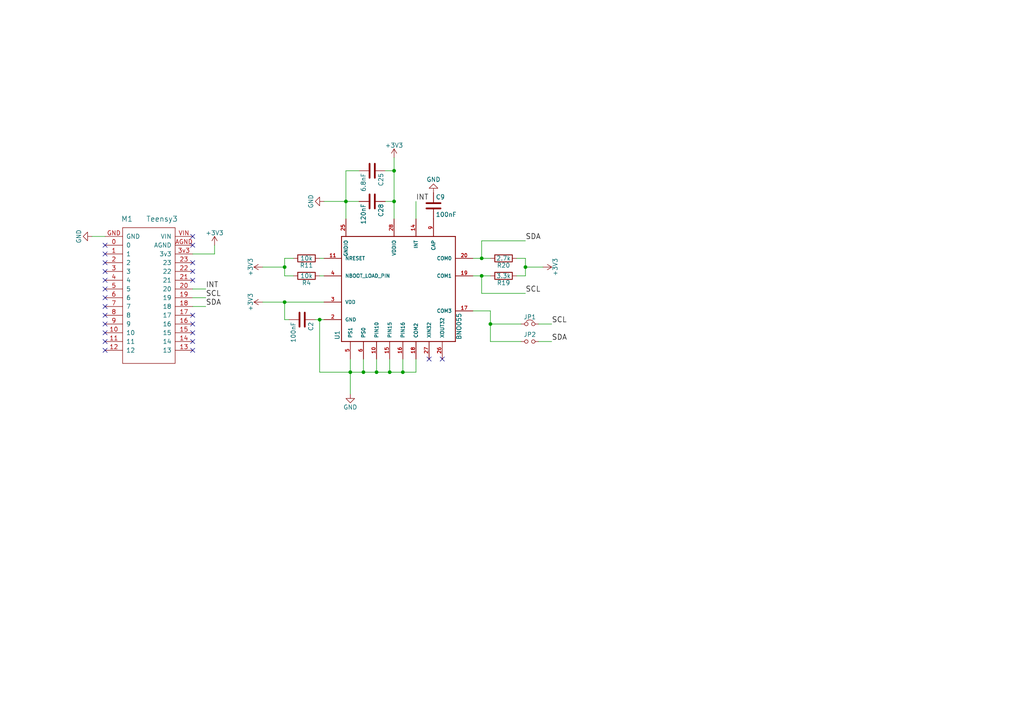
<source format=kicad_sch>
(kicad_sch (version 20230121) (generator eeschema)
  (paper "A4")
  (lib_symbols
    (symbol "BNO055-rescue:+3V3" (power) (pin_names (offset 0))
      (property "Value" "+3V3" (at 0 3.556 0))
      (symbol "+3V3_0_1"
        (polyline (pts (xy -0.762 1.27) (xy 0 2.54)))
        (polyline (pts (xy 0 0) (xy 0 2.54)))
        (polyline (pts (xy 0 2.54) (xy 0.762 1.27)))
      )
      (symbol "+3V3_1_1"
        (pin power_in line (at 0 0 90) (length 0) hide (name "+3V3") (number "1"))
      )
    )
    (symbol "BNO055-rescue:C" (pin_numbers hide) (pin_names (offset 0.254))
      (property "Reference" "C" (at 0.635 2.54 0))
      (property "Value" "C" (at 0.635 -2.54 0))
      (symbol "C_0_1"
        (polyline (pts (xy -2.032 -0.762) (xy 2.032 -0.762)) (stroke (width 0.508)))
        (polyline (pts (xy -2.032 0.762) (xy 2.032 0.762)) (stroke (width 0.508)))
      )
      (symbol "C_1_1"
        (pin passive line (at 0 3.81 270) (length 2.794) (name "~") (number "1"))
        (pin passive line (at 0 -3.81 90) (length 2.794) (name "~") (number "2"))
      )
    )
    (symbol "BNO055-rescue:GND" (power) (pin_names (offset 0))
      (property "Value" "GND" (at 0 -3.81 0))
      (symbol "GND_0_1"
        (polyline (pts (xy 0 0) (xy 0 -1.27) (xy 1.27 -1.27) (xy 0 -2.54) (xy -1.27 -1.27) (xy 0 -1.27)))
      )
      (symbol "GND_1_1"
        (pin power_in line (at 0 0 270) (length 0) hide (name "GND") (number "1"))
      )
    )
    (symbol "BNO055-rescue:Jumper_NC_Small" (pin_numbers hide) (pin_names (offset 0.762) hide)
      (property "Reference" "JP" (at 0 2.032 0))
      (symbol "Jumper_NC_Small_0_1"
        (circle (center -1.016 0) (radius 0.508))
        (circle (center 1.016 0) (radius 0.508))
        (arc (start 1.016 0.762) (mid 0 1.1828) (end -1.016 0.762))
        (pin passive line (at -2.54 0 0) (length 1.016) (name "1") (number "1"))
        (pin passive line (at 2.54 0 180) (length 1.016) (name "2") (number "2"))
      )
    )
    (symbol "BNO055-rescue:Jumper_NO_Small" (pin_numbers hide) (pin_names (offset 0.762) hide)
      (property "Reference" "JP" (at 0 2.032 0))
      (symbol "Jumper_NO_Small_0_1"
        (circle (center -1.016 0) (radius 0.508))
        (circle (center 1.016 0) (radius 0.508))
        (pin passive line (at -2.54 0 0) (length 1.016) (name "1") (number "1"))
        (pin passive line (at 2.54 0 180) (length 1.016) (name "2") (number "2"))
      )
    )
    (symbol "BNO055-rescue:R" (pin_numbers hide) (pin_names (offset 0))
      (property "Reference" "R" (at 2.032 0 90))
      (property "Value" "R" (at 0 0 90))
      (symbol "R_0_1"
        (rectangle (start -1.016 -2.54) (end 1.016 2.54) (stroke (width 0.254)))
      )
      (symbol "R_1_1"
        (pin passive line (at 0 3.81 270) (length 1.27) (name "~") (number "1"))
        (pin passive line (at 0 -3.81 90) (length 1.27) (name "~") (number "2"))
      )
    )
    (symbol "BNO055-rescue:Teensy3" (pin_names (offset 1.016))
      (property "Reference" "M" (at -6.35 11.43 0))
      (property "Value" "Teensy3" (at 3.81 11.43 0))
      (symbol "Teensy3_0_1"
        (rectangle (start -7.62 8.89) (end 7.62 -30.48))
      )
      (symbol "Teensy3_1_1"
        (pin input line (at -12.7 3.81 0) (length 5.08) (name "0") (number "0"))
        (pin input line (at -12.7 1.27 0) (length 5.08) (name "1") (number "1"))
        (pin input line (at -12.7 -21.59 0) (length 5.08) (name "10") (number "10"))
        (pin input line (at -12.7 -24.13 0) (length 5.08) (name "11") (number "11"))
        (pin input line (at -12.7 -26.67 0) (length 5.08) (name "12") (number "12"))
        (pin input line (at 12.7 -26.67 180) (length 5.08) (name "13") (number "13"))
        (pin input line (at 12.7 -24.13 180) (length 5.08) (name "14") (number "14"))
        (pin input line (at 12.7 -21.59 180) (length 5.08) (name "15") (number "15"))
        (pin input line (at 12.7 -19.05 180) (length 5.08) (name "16") (number "16"))
        (pin input line (at 12.7 -16.51 180) (length 5.08) (name "17") (number "17"))
        (pin input line (at 12.7 -13.97 180) (length 5.08) (name "18") (number "18"))
        (pin input line (at 12.7 -11.43 180) (length 5.08) (name "19") (number "19"))
        (pin input line (at -12.7 -1.27 0) (length 5.08) (name "2") (number "2"))
        (pin input line (at 12.7 -8.89 180) (length 5.08) (name "20") (number "20"))
        (pin input line (at 12.7 -6.35 180) (length 5.08) (name "21") (number "21"))
        (pin input line (at 12.7 -3.81 180) (length 5.08) (name "22") (number "22"))
        (pin input line (at 12.7 -1.27 180) (length 5.08) (name "23") (number "23"))
        (pin input line (at -12.7 -3.81 0) (length 5.08) (name "3") (number "3"))
        (pin input line (at 12.7 1.27 180) (length 5.08) (name "3v3") (number "3v3"))
        (pin input line (at -12.7 -6.35 0) (length 5.08) (name "4") (number "4"))
        (pin input line (at -12.7 -8.89 0) (length 5.08) (name "5") (number "5"))
        (pin input line (at -12.7 -11.43 0) (length 5.08) (name "6") (number "6"))
        (pin input line (at -12.7 -13.97 0) (length 5.08) (name "7") (number "7"))
        (pin input line (at -12.7 -16.51 0) (length 5.08) (name "8") (number "8"))
        (pin input line (at -12.7 -19.05 0) (length 5.08) (name "9") (number "9"))
        (pin input line (at 12.7 3.81 180) (length 5.08) (name "AGND") (number "AGND"))
        (pin input line (at -12.7 6.35 0) (length 5.08) (name "GND") (number "GND"))
        (pin input line (at 12.7 6.35 180) (length 5.08) (name "VIN") (number "VIN"))
      )
    )
    (symbol "BNO055:BNO055" (pin_names (offset 1.016))
      (property "Reference" "U" (at -14.732 15.748 0))
      (property "Value" "BNO055" (at -14.732 -19.558 0))
      (symbol "BNO055_0_0"
        (polyline (pts (xy -15.24 -17.78) (xy 15.24 -17.78)) (stroke (width 0.254)))
        (polyline (pts (xy -15.24 15.24) (xy -15.24 -17.78)) (stroke (width 0.254)))
        (polyline (pts (xy 15.24 -17.78) (xy 15.24 15.24)) (stroke (width 0.254)))
        (polyline (pts (xy 15.24 15.24) (xy -15.24 15.24)) (stroke (width 0.254)))
        (pin input line (at -20.32 5.08 0) (length 5.08) (name "PIN10") (number "10"))
        (pin input line (at 8.89 20.32 270) (length 5.08) (name "NRESET") (number "11"))
        (pin input line (at -20.32 1.27 0) (length 5.08) (name "PIN15") (number "15"))
        (pin input line (at -20.32 -2.54 0) (length 5.08) (name "PIN16") (number "16"))
        (pin bidirectional line (at -6.35 -22.86 90) (length 5.08) (name "COM3") (number "17"))
        (pin bidirectional line (at -20.32 -6.35 0) (length 5.08) (name "COM2") (number "18"))
        (pin bidirectional line (at 8.89 -22.86 90) (length 5.08) (name "COM0") (number "20"))
        (pin input line (at 20.32 13.97 180) (length 5.08) (name "GNDIO") (number "25"))
        (pin output line (at -20.32 -13.97 0) (length 5.08) (name "XOUT32") (number "26"))
        (pin input line (at -20.32 -10.16 0) (length 5.08) (name "XIN32") (number "27"))
        (pin input line (at 20.32 0 180) (length 5.08) (name "VDDIO") (number "28"))
        (pin input line (at -3.81 20.32 270) (length 5.08) (name "VDD") (number "3"))
        (pin input line (at -20.32 12.7 0) (length 5.08) (name "PS1") (number "5"))
        (pin input line (at -20.32 8.89 0) (length 5.08) (name "PS0") (number "6"))
        (pin passive line (at 20.32 -11.43 180) (length 5.08) (name "CAP") (number "9"))
      )
      (symbol "BNO055_1_0"
        (pin output line (at 20.32 -6.35 180) (length 5.08) (name "INT") (number "14"))
        (pin bidirectional line (at 3.81 -22.86 90) (length 5.08) (name "COM1") (number "19"))
        (pin input line (at -8.89 20.32 270) (length 5.08) (name "GND") (number "2"))
        (pin bidirectional line (at 3.81 20.32 270) (length 5.08) (name "NBOOT_LOAD_PIN") (number "4"))
      )
    )
  )
  (junction (at 92.71 92.71))
  (junction (at 152.4 77.47))
  (junction (at 101.6 107.95))
  (junction (at 142.24 93.98))
  (junction (at 114.3 58.42))
  (junction (at 82.55 87.63))
  (junction (at 100.33 58.42))
  (junction (at 139.7 74.93))
  (junction (at 109.22 107.95))
  (junction (at 105.41 107.95))
  (junction (at 139.7 80.01))
  (junction (at 82.55 77.47))
  (junction (at 113.03 107.95))
  (junction (at 116.84 107.95))
  (junction (at 114.3 49.53))
  (no_connect (at 55.88 71.12))
  (no_connect (at 30.48 88.9))
  (no_connect (at 30.48 83.82))
  (no_connect (at 30.48 101.6))
  (no_connect (at 30.48 91.44))
  (no_connect (at 55.88 99.06))
  (no_connect (at 30.48 99.06))
  (no_connect (at 55.88 76.2))
  (no_connect (at 30.48 71.12))
  (no_connect (at 30.48 76.2))
  (no_connect (at 55.88 93.98))
  (no_connect (at 55.88 101.6))
  (no_connect (at 55.88 96.52))
  (no_connect (at 55.88 78.74))
  (no_connect (at 55.88 68.58))
  (no_connect (at 30.48 78.74))
  (no_connect (at 30.48 73.66))
  (no_connect (at 30.48 96.52))
  (no_connect (at 30.48 93.98))
  (no_connect (at 124.46 104.14))
  (no_connect (at 55.88 81.28))
  (no_connect (at 128.27 104.14))
  (no_connect (at 30.48 81.28))
  (no_connect (at 30.48 86.36))
  (no_connect (at 55.88 91.44))
  (wire (pts (xy 92.71 74.93) (xy 93.98 74.93)))
  (wire (pts (xy 142.24 93.98) (xy 151.13 93.98)))
  (wire (pts (xy 139.7 74.93) (xy 142.24 74.93)))
  (wire (pts (xy 59.69 88.9) (xy 55.88 88.9)))
  (wire (pts (xy 116.84 104.14) (xy 116.84 107.95)))
  (wire (pts (xy 114.3 45.72) (xy 114.3 49.53)))
  (wire (pts (xy 113.03 107.95) (xy 116.84 107.95)))
  (wire (pts (xy 137.16 80.01) (xy 139.7 80.01)))
  (wire (pts (xy 59.69 83.82) (xy 55.88 83.82)))
  (wire (pts (xy 62.23 73.66) (xy 62.23 71.12)))
  (wire (pts (xy 92.71 92.71) (xy 92.71 107.95)))
  (wire (pts (xy 139.7 74.93) (xy 139.7 69.85)))
  (wire (pts (xy 156.21 99.06) (xy 160.02 99.06)))
  (wire (pts (xy 82.55 77.47) (xy 82.55 80.01)))
  (wire (pts (xy 120.65 63.5) (xy 120.65 58.42)))
  (wire (pts (xy 137.16 74.93) (xy 139.7 74.93)))
  (wire (pts (xy 92.71 92.71) (xy 93.98 92.71)))
  (wire (pts (xy 26.67 68.58) (xy 30.48 68.58)))
  (wire (pts (xy 101.6 104.14) (xy 101.6 107.95)))
  (wire (pts (xy 93.98 80.01) (xy 92.71 80.01)))
  (wire (pts (xy 82.55 80.01) (xy 85.09 80.01)))
  (wire (pts (xy 139.7 80.01) (xy 142.24 80.01)))
  (wire (pts (xy 152.4 77.47) (xy 157.48 77.47)))
  (wire (pts (xy 114.3 58.42) (xy 114.3 63.5)))
  (wire (pts (xy 105.41 104.14) (xy 105.41 107.95)))
  (wire (pts (xy 109.22 104.14) (xy 109.22 107.95)))
  (wire (pts (xy 82.55 87.63) (xy 93.98 87.63)))
  (wire (pts (xy 142.24 93.98) (xy 142.24 99.06)))
  (wire (pts (xy 93.98 58.42) (xy 100.33 58.42)))
  (wire (pts (xy 111.76 49.53) (xy 114.3 49.53)))
  (wire (pts (xy 142.24 90.17) (xy 142.24 93.98)))
  (wire (pts (xy 114.3 49.53) (xy 114.3 58.42)))
  (wire (pts (xy 113.03 104.14) (xy 113.03 107.95)))
  (wire (pts (xy 111.76 58.42) (xy 114.3 58.42)))
  (wire (pts (xy 139.7 85.09) (xy 152.4 85.09)))
  (wire (pts (xy 85.09 74.93) (xy 82.55 74.93)))
  (wire (pts (xy 100.33 49.53) (xy 100.33 58.42)))
  (wire (pts (xy 92.71 107.95) (xy 101.6 107.95)))
  (wire (pts (xy 101.6 107.95) (xy 101.6 114.3)))
  (wire (pts (xy 82.55 74.93) (xy 82.55 77.47)))
  (wire (pts (xy 152.4 80.01) (xy 149.86 80.01)))
  (wire (pts (xy 152.4 74.93) (xy 152.4 77.47)))
  (wire (pts (xy 139.7 69.85) (xy 152.4 69.85)))
  (wire (pts (xy 142.24 90.17) (xy 137.16 90.17)))
  (wire (pts (xy 100.33 58.42) (xy 104.14 58.42)))
  (wire (pts (xy 139.7 80.01) (xy 139.7 85.09)))
  (wire (pts (xy 120.65 107.95) (xy 120.65 104.14)))
  (wire (pts (xy 55.88 73.66) (xy 62.23 73.66)))
  (wire (pts (xy 109.22 107.95) (xy 113.03 107.95)))
  (wire (pts (xy 76.2 77.47) (xy 82.55 77.47)))
  (wire (pts (xy 156.21 93.98) (xy 160.02 93.98)))
  (wire (pts (xy 116.84 107.95) (xy 120.65 107.95)))
  (wire (pts (xy 91.44 92.71) (xy 92.71 92.71)))
  (wire (pts (xy 142.24 99.06) (xy 151.13 99.06)))
  (wire (pts (xy 82.55 92.71) (xy 82.55 87.63)))
  (wire (pts (xy 105.41 107.95) (xy 109.22 107.95)))
  (wire (pts (xy 104.14 49.53) (xy 100.33 49.53)))
  (wire (pts (xy 76.2 87.63) (xy 82.55 87.63)))
  (wire (pts (xy 152.4 77.47) (xy 152.4 80.01)))
  (wire (pts (xy 100.33 58.42) (xy 100.33 63.5)))
  (wire (pts (xy 83.82 92.71) (xy 82.55 92.71)))
  (wire (pts (xy 101.6 107.95) (xy 105.41 107.95)))
  (wire (pts (xy 149.86 74.93) (xy 152.4 74.93)))
  (wire (pts (xy 59.69 86.36) (xy 55.88 86.36)))
  (label "SDA" (at 160.02 99.06 0) (effects (font (size 1.524 1.524))))
  (label "SDA" (at 152.4 69.85 0) (effects (font (size 1.524 1.524))))
  (label "INT" (at 120.65 58.42 0) (effects (font (size 1.524 1.524))))
  (label "SDA" (at 59.69 88.9 0) (effects (font (size 1.524 1.524))))
  (label "SCL" (at 152.4 85.09 0) (effects (font (size 1.524 1.524))))
  (label "INT" (at 59.69 83.82 0) (effects (font (size 1.524 1.524))))
  (label "SCL" (at 160.02 93.98 0) (effects (font (size 1.524 1.524))))
  (label "SCL" (at 59.69 86.36 0) (effects (font (size 1.524 1.524))))
  (symbol (lib_id "BNO055-rescue:+3V3") (at 62.23 71.12 0) (unit 1)
    (property "Reference" "#PWR01" (effects hide))
    (property "Value" "+3V3" (at 62.23 67.564 0))
  )
  (symbol (lib_id "BNO055-rescue:Teensy3") (at 43.18 74.93 0) (unit 1)
    (property "Reference" "M1" (at 36.83 63.5 0) (effects (font (size 1.524 1.524))))
    (property "Value" "Teensy3" (at 46.99 63.5 0) (effects (font (size 1.524 1.524))))
    (property "Footprint" "USST-footprints:Teensy_3.2_NoTail" (effects hide))
  )
  (symbol (lib_id "BNO055:BNO055") (at 114.3 83.82 90) (unit 1)
    (property "Reference" "U1" (at 98.552 98.552 0) (effects (justify left bottom)))
    (property "Value" "BNO055" (at 133.858 98.552 0) (effects (justify left bottom)))
    (property "Footprint" "BNO055:LGA28R50P4X10_380X520X100" (effects hide))
    (property "Datasheet" "BNO055 9-axis Absolute Orientation Sensor %28 SiP %29 w/Sensors and Sensor Fusion" (effects hide))
    (property "MP" "BNO055" (effects hide))
    (property "Availability" "Good" (effects hide))
    (property "Price" "8.19 USD" (effects hide))
    (property "MF" "Bosch" (effects hide))
    (property "Package" "LGA-28 Bosch" (effects hide))
  )
  (symbol (lib_id "BNO055-rescue:C") (at 125.73 59.69 0) (unit 1)
    (property "Reference" "C9" (at 126.365 57.15 0) (effects (justify left)))
    (property "Value" "100nF" (at 126.365 62.23 0) (effects (justify left)))
    (property "Footprint" "Capacitors_SMD:C_1206" (effects hide))
  )
  (symbol (lib_id "BNO055-rescue:GND") (at 125.73 55.88 180) (unit 1)
    (property "Reference" "#PWR02" (effects hide))
    (property "Value" "GND" (at 125.73 52.07 0))
  )
  (symbol (lib_id "BNO055-rescue:R") (at 146.05 74.93 270) (unit 1)
    (property "Reference" "R20" (at 146.05 76.962 90))
    (property "Value" "2.7k" (at 146.05 74.93 90))
    (property "Footprint" "Resistors_SMD:R_0805" (effects hide))
  )
  (symbol (lib_id "BNO055-rescue:R") (at 146.05 80.01 270) (unit 1)
    (property "Reference" "R19" (at 146.05 82.042 90))
    (property "Value" "3.3k" (at 146.05 80.01 90))
    (property "Footprint" "Resistors_SMD:R_0805" (effects hide))
  )
  (symbol (lib_id "BNO055-rescue:+3V3") (at 157.48 77.47 270) (unit 1)
    (property "Reference" "#PWR03" (effects hide))
    (property "Value" "+3V3" (at 161.036 77.47 0))
  )
  (symbol (lib_id "BNO055-rescue:C") (at 87.63 92.71 270) (unit 1)
    (property "Reference" "C2" (at 90.17 93.345 0) (effects (justify left)))
    (property "Value" "100nF" (at 85.09 93.345 0) (effects (justify left)))
    (property "Footprint" "Capacitors_SMD:C_1206" (effects hide))
  )
  (symbol (lib_id "BNO055-rescue:+3V3") (at 76.2 87.63 90) (unit 1)
    (property "Reference" "#PWR04" (effects hide))
    (property "Value" "+3V3" (at 72.644 87.63 0))
  )
  (symbol (lib_id "BNO055-rescue:R") (at 88.9 74.93 270) (unit 1)
    (property "Reference" "R11" (at 88.9 76.962 90))
    (property "Value" "10k" (at 88.9 74.93 90))
    (property "Footprint" "Resistors_SMD:R_0805" (effects hide))
  )
  (symbol (lib_id "BNO055-rescue:R") (at 88.9 80.01 270) (unit 1)
    (property "Reference" "R4" (at 88.9 82.042 90))
    (property "Value" "10k" (at 88.9 80.01 90))
    (property "Footprint" "Resistors_SMD:R_0805" (effects hide))
  )
  (symbol (lib_id "BNO055-rescue:+3V3") (at 76.2 77.47 90) (unit 1)
    (property "Reference" "#PWR05" (effects hide))
    (property "Value" "+3V3" (at 72.644 77.47 0))
  )
  (symbol (lib_id "BNO055-rescue:GND") (at 101.6 114.3 0) (unit 1)
    (property "Reference" "#PWR06" (effects hide))
    (property "Value" "GND" (at 101.6 118.11 0))
  )
  (symbol (lib_id "BNO055-rescue:+3V3") (at 114.3 45.72 0) (unit 1)
    (property "Reference" "#PWR07" (effects hide))
    (property "Value" "+3V3" (at 114.3 42.164 0))
  )
  (symbol (lib_id "BNO055-rescue:GND") (at 93.98 58.42 270) (unit 1)
    (property "Reference" "#PWR08" (effects hide))
    (property "Value" "GND" (at 90.17 58.42 0))
  )
  (symbol (lib_id "BNO055-rescue:C") (at 107.95 58.42 270) (unit 1)
    (property "Reference" "C28" (at 110.49 59.055 0) (effects (justify left)))
    (property "Value" "120nF" (at 105.41 59.055 0) (effects (justify left)))
    (property "Footprint" "Capacitors_SMD:C_1206" (effects hide))
  )
  (symbol (lib_id "BNO055-rescue:C") (at 107.95 49.53 270) (unit 1)
    (property "Reference" "C25" (at 110.49 50.165 0) (effects (justify left)))
    (property "Value" "6.8nF" (at 105.41 50.165 0) (effects (justify left)))
    (property "Footprint" "Capacitors_SMD:C_1206" (effects hide))
  )
  (symbol (lib_id "BNO055-rescue:GND") (at 26.67 68.58 270) (unit 1)
    (property "Reference" "#PWR09" (effects hide))
    (property "Value" "GND" (at 22.86 68.58 0))
  )
  (symbol (lib_id "BNO055-rescue:Jumper_NC_Small") (at 153.67 93.98 0) (unit 1)
    (property "Reference" "JP1" (at 153.67 91.948 0))
    (property "Value" "Jumper_NC_Small" (effects hide))
    (property "Footprint" "USST-footprints:J_0603" (effects hide))
  )
  (symbol (lib_id "BNO055-rescue:Jumper_NO_Small") (at 153.67 99.06 0) (unit 1)
    (property "Reference" "JP2" (at 153.67 97.028 0))
    (property "Value" "Jumper_NO_Small" (effects hide))
    (property "Footprint" "USST-footprints:J_0603" (effects hide))
  )
)
</source>
